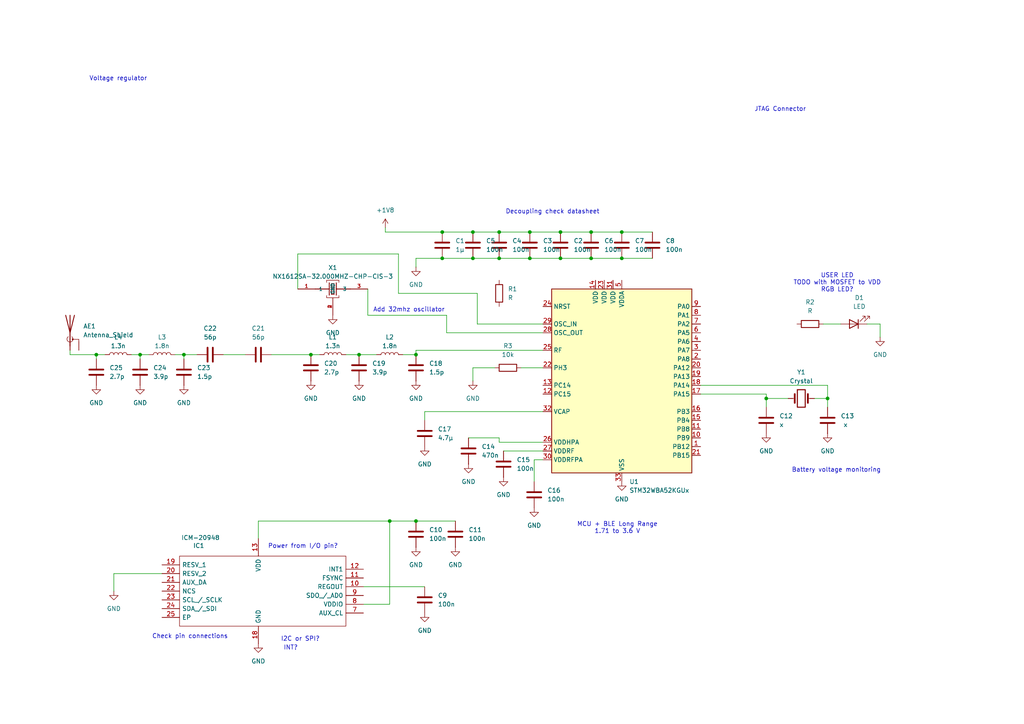
<source format=kicad_sch>
(kicad_sch (version 20231120) (generator "eeschema") (generator_version "8.0")
  (paper "A4")
  (lib_symbols
    (symbol "Device:Antenna_Shield" (pin_numbers hide) (pin_names (offset 1.016) hide)
      (property "Reference" "AE" (at -1.905 4.445 0))
      (property "Value" "Antenna_Shield" (at -1.905 2.54 0))
      (symbol "Antenna_Shield_0_1"
        (arc (start -0.508 -1.143) (mid -0.8429 -2.1194) (end 0 -2.667))
        (arc (start 0 -2.667) (mid 0.7989 -2.1052) (end 0.508 -1.143))
        (polyline (pts (xy 0 -2.54) (xy 0 0)))
        (polyline (pts (xy 0 5.08) (xy 0 -3.81)) (stroke (width 0.254)))
        (polyline (pts (xy 0.762 -1.905) (xy 2.54 -1.905)))
        (polyline (pts (xy 2.54 -2.54) (xy 2.54 -1.905)))
        (polyline (pts (xy 1.27 5.08) (xy 0 0) (xy -1.27 5.08)) (stroke (width 0.254)))
        (circle (center 0.762 -1.905) (radius 0.1778) (fill (type outline)))
      )
      (symbol "Antenna_Shield_1_1"
        (pin input line (at 0 -5.08 90) (length 2.54) (name "A") (number "1"))
        (pin input line (at 2.54 -5.08 90) (length 2.54) (name "Shield") (number "2"))
      )
    )
    (symbol "Device:C" (pin_numbers hide) (pin_names (offset 0.254))
      (property "Reference" "C" (at 0.635 2.54 0))
      (property "Value" "C" (at 0.635 -2.54 0))
      (symbol "C_0_1"
        (polyline (pts (xy -2.032 -0.762) (xy 2.032 -0.762)) (stroke (width 0.508)))
        (polyline (pts (xy -2.032 0.762) (xy 2.032 0.762)) (stroke (width 0.508)))
      )
      (symbol "C_1_1"
        (pin passive line (at 0 3.81 270) (length 2.794) (name "~") (number "1"))
        (pin passive line (at 0 -3.81 90) (length 2.794) (name "~") (number "2"))
      )
    )
    (symbol "Device:Crystal" (pin_numbers hide) (pin_names (offset 1.016) hide)
      (property "Reference" "Y" (at 0 3.81 0))
      (property "Value" "Crystal" (at 0 -3.81 0))
      (symbol "Crystal_0_1"
        (rectangle (start -1.143 2.54) (end 1.143 -2.54) (stroke (width 0.3048)))
        (polyline (pts (xy -2.54 0) (xy -1.905 0)))
        (polyline (pts (xy -1.905 -1.27) (xy -1.905 1.27)) (stroke (width 0.508)))
        (polyline (pts (xy 1.905 -1.27) (xy 1.905 1.27)) (stroke (width 0.508)))
        (polyline (pts (xy 2.54 0) (xy 1.905 0)))
      )
      (symbol "Crystal_1_1"
        (pin passive line (at -3.81 0 0) (length 1.27) (name "1") (number "1"))
        (pin passive line (at 3.81 0 180) (length 1.27) (name "2") (number "2"))
      )
    )
    (symbol "Device:L" (pin_numbers hide) (pin_names (offset 1.016) hide)
      (property "Reference" "L" (at -1.27 0 90))
      (property "Value" "L" (at 1.905 0 90))
      (symbol "L_0_1"
        (arc (start 0 -2.54) (mid 0.6323 -1.905) (end 0 -1.27))
        (arc (start 0 -1.27) (mid 0.6323 -0.635) (end 0 0))
        (arc (start 0 0) (mid 0.6323 0.635) (end 0 1.27))
        (arc (start 0 1.27) (mid 0.6323 1.905) (end 0 2.54))
      )
      (symbol "L_1_1"
        (pin passive line (at 0 3.81 270) (length 1.27) (name "1") (number "1"))
        (pin passive line (at 0 -3.81 90) (length 1.27) (name "2") (number "2"))
      )
    )
    (symbol "Device:LED" (pin_numbers hide) (pin_names (offset 1.016) hide)
      (property "Reference" "D" (at 0 2.54 0))
      (property "Value" "LED" (at 0 -2.54 0))
      (symbol "LED_0_1"
        (polyline (pts (xy -1.27 -1.27) (xy -1.27 1.27)) (stroke (width 0.254)))
        (polyline (pts (xy -1.27 0) (xy 1.27 0)))
        (polyline (pts (xy 1.27 -1.27) (xy 1.27 1.27) (xy -1.27 0) (xy 1.27 -1.27)) (stroke (width 0.254)))
        (polyline (pts (xy -3.048 -0.762) (xy -4.572 -2.286) (xy -3.81 -2.286) (xy -4.572 -2.286) (xy -4.572 -1.524)))
        (polyline (pts (xy -1.778 -0.762) (xy -3.302 -2.286) (xy -2.54 -2.286) (xy -3.302 -2.286) (xy -3.302 -1.524)))
      )
      (symbol "LED_1_1"
        (pin passive line (at -3.81 0 0) (length 2.54) (name "K") (number "1"))
        (pin passive line (at 3.81 0 180) (length 2.54) (name "A") (number "2"))
      )
    )
    (symbol "Device:R" (pin_numbers hide) (pin_names (offset 0))
      (property "Reference" "R" (at 2.032 0 90))
      (property "Value" "R" (at 0 0 90))
      (symbol "R_0_1"
        (rectangle (start -1.016 -2.54) (end 1.016 2.54) (stroke (width 0.254)))
      )
      (symbol "R_1_1"
        (pin passive line (at 0 3.81 270) (length 1.27) (name "~") (number "1"))
        (pin passive line (at 0 -3.81 90) (length 1.27) (name "~") (number "2"))
      )
    )
    (symbol "MCU_ST_STM32WB:STM32WBA52KGUx"
      (property "Reference" "U1" (at 2.1941 -27.94 0))
      (property "Value" "STM32WBA52KGUx" (at 2.1941 -30.48 0))
      (symbol "STM32WBA52KGUx_0_1"
        (rectangle (start -20.32 -25.4) (end 20.32 27.94) (stroke (width 0.254)) (fill (type background)))
      )
      (symbol "STM32WBA52KGUx_1_1"
        (pin bidirectional line (at 22.86 -17.78 180) (length 2.54) (name "PB12") (number "1"))
        (pin bidirectional line (at 22.86 -15.24 180) (length 2.54) (name "PB9") (number "10"))
        (pin bidirectional line (at 22.86 -12.7 180) (length 2.54) (name "PB8") (number "11"))
        (pin bidirectional line (at -22.86 -2.54 0) (length 2.54) (name "PC15") (number "12"))
        (pin bidirectional line (at -22.86 0 0) (length 2.54) (name "PC14") (number "13"))
        (pin power_in line (at -7.62 30.48 270) (length 2.54) (name "VDD") (number "14"))
        (pin bidirectional line (at 22.86 -10.16 180) (length 2.54) (name "PB4") (number "15"))
        (pin bidirectional line (at 22.86 -7.62 180) (length 2.54) (name "PB3") (number "16"))
        (pin bidirectional line (at 22.86 -2.54 180) (length 2.54) (name "PA15") (number "17"))
        (pin bidirectional line (at 22.86 0 180) (length 2.54) (name "PA14") (number "18"))
        (pin bidirectional line (at 22.86 2.54 180) (length 2.54) (name "PA13") (number "19"))
        (pin bidirectional line (at 22.86 7.62 180) (length 2.54) (name "PA8") (number "2"))
        (pin bidirectional line (at 22.86 5.08 180) (length 2.54) (name "PA12") (number "20"))
        (pin bidirectional line (at 22.86 -20.32 180) (length 2.54) (name "PB15") (number "21"))
        (pin bidirectional line (at -22.86 5.08 0) (length 2.54) (name "PH3") (number "22"))
        (pin power_in line (at -5.08 30.48 270) (length 2.54) (name "VDD") (number "23"))
        (pin input line (at -22.86 22.86 0) (length 2.54) (name "NRST") (number "24"))
        (pin bidirectional line (at -22.86 10.16 0) (length 2.54) (name "RF") (number "25"))
        (pin power_in line (at -22.86 -16.51 0) (length 2.54) (name "VDDHPA") (number "26"))
        (pin power_in line (at -22.86 -19.05 0) (length 2.54) (name "VDDRF") (number "27"))
        (pin input line (at -22.86 15.24 0) (length 2.54) (name "OSC_OUT") (number "28"))
        (pin input line (at -22.86 17.78 0) (length 2.54) (name "OSC_IN") (number "29"))
        (pin bidirectional line (at 22.86 10.16 180) (length 2.54) (name "PA7") (number "3"))
        (pin power_in line (at -22.86 -21.59 0) (length 2.54) (name "VDDRFPA") (number "30"))
        (pin power_in line (at -2.54 30.48 270) (length 2.54) (name "VDD") (number "31"))
        (pin power_out line (at -22.86 -7.62 0) (length 2.54) (name "VCAP") (number "32"))
        (pin power_in line (at 0 -27.94 90) (length 2.54) (name "VSS") (number "33"))
        (pin bidirectional line (at 22.86 12.7 180) (length 2.54) (name "PA6") (number "4"))
        (pin power_in line (at 0 30.48 270) (length 2.54) (name "VDDA") (number "5"))
        (pin bidirectional line (at 22.86 15.24 180) (length 2.54) (name "PA5") (number "6"))
        (pin bidirectional line (at 22.86 17.78 180) (length 2.54) (name "PA2") (number "7"))
        (pin bidirectional line (at 22.86 20.32 180) (length 2.54) (name "PA1") (number "8"))
        (pin bidirectional line (at 22.86 22.86 180) (length 2.54) (name "PA0") (number "9"))
      )
    )
    (symbol "NX1612SA-32.000MHZ-CHP-CIS-3:NX1612SA-32.000MHZ-CHP-CIS-3" (pin_names (offset 1.016))
      (property "Reference" "Y" (at 2.5439 -4.0703 0))
      (property "Value" "NX1612SA-32.000MHZ-CHP-CIS-3" (at 2.5449 -6.3622 0))
      (symbol "NX1612SA-32.000MHZ-CHP-CIS-3_0_0"
        (polyline (pts (xy -5.08 0) (xy -1.016 0)) (stroke (width 0.254)))
        (polyline (pts (xy -1.778 -2.54) (xy -1.778 -1.905)) (stroke (width 0.1524)))
        (polyline (pts (xy -1.778 -2.54) (xy 1.778 -2.54)) (stroke (width 0.1524)))
        (polyline (pts (xy -1.778 1.905) (xy -1.778 2.54)) (stroke (width 0.1524)))
        (polyline (pts (xy -1.778 2.54) (xy 1.778 2.54)) (stroke (width 0.1524)))
        (polyline (pts (xy -1.016 0) (xy -1.016 -1.778)) (stroke (width 0.254)))
        (polyline (pts (xy -1.016 1.778) (xy -1.016 0)) (stroke (width 0.254)))
        (polyline (pts (xy -0.381 -1.524) (xy 0.381 -1.524)) (stroke (width 0.254)))
        (polyline (pts (xy -0.381 1.524) (xy -0.381 -1.524)) (stroke (width 0.254)))
        (polyline (pts (xy 0.381 -1.524) (xy 0.381 1.524)) (stroke (width 0.254)))
        (polyline (pts (xy 0.381 1.524) (xy -0.381 1.524)) (stroke (width 0.254)))
        (polyline (pts (xy 1.016 0) (xy 1.016 -1.778)) (stroke (width 0.254)))
        (polyline (pts (xy 1.016 1.778) (xy 1.016 0)) (stroke (width 0.254)))
        (polyline (pts (xy 1.778 -1.905) (xy 1.778 -2.54)) (stroke (width 0.1524)))
        (polyline (pts (xy 1.778 2.54) (xy 1.778 1.905)) (stroke (width 0.1524)))
        (polyline (pts (xy 5.08 0) (xy 1.016 0)) (stroke (width 0.254)))
        (pin passive line (at -10.16 0 0) (length 5.08) (name "1") (number "1"))
        (pin passive line (at 0 -7.62 90) (length 5.08) (name "GND") (number "2"))
        (pin passive line (at 10.16 0 180) (length 5.08) (name "3") (number "3"))
        (pin passive line (at 0 -7.62 90) (length 5.08) (name "GND") (number "4"))
      )
    )
    (symbol "SamacSys_Parts:ICM-20948" (pin_names (offset 0.762))
      (property "Reference" "IC1" (at -4.5974 -6.35 90))
      (property "Value" "ICM-20948" (at -2.286 -6.35 90))
      (symbol "ICM-20948_0_0"
        (pin passive line (at 67.31 -1.27 180) (length 5.08) (name "REGOUT") (number "10"))
        (pin passive line (at 67.31 1.27 180) (length 5.08) (name "FSYNC") (number "11"))
        (pin passive line (at 67.31 3.81 180) (length 5.08) (name "INT1") (number "12"))
        (pin passive line (at 36.83 12.7 270) (length 5.08) (name "VDD") (number "13"))
        (pin passive line (at 36.83 -17.78 90) (length 5.08) (name "GND") (number "18"))
        (pin passive line (at 8.89 5.08 0) (length 5.08) (name "RESV_1") (number "19"))
        (pin passive line (at 8.89 2.54 0) (length 5.08) (name "RESV_2") (number "20"))
        (pin passive line (at 8.89 0 0) (length 5.08) (name "AUX_DA") (number "21"))
        (pin passive line (at 8.89 -2.54 0) (length 5.08) (name "NCS") (number "22"))
        (pin passive line (at 8.89 -5.08 0) (length 5.08) (name "SCL_/_SCLK") (number "23"))
        (pin passive line (at 8.89 -7.62 0) (length 5.08) (name "SDA_/_SDI") (number "24"))
        (pin passive line (at 8.89 -10.16 0) (length 5.08) (name "EP") (number "25"))
        (pin passive line (at 67.31 -8.89 180) (length 5.08) (name "AUX_CL") (number "7"))
        (pin passive line (at 67.31 -6.35 180) (length 5.08) (name "VDDIO") (number "8"))
        (pin passive line (at 67.31 -3.81 180) (length 5.08) (name "SDO_/_AD0") (number "9"))
      )
      (symbol "ICM-20948_0_1"
        (polyline (pts (xy 13.97 -12.7) (xy 13.97 7.62) (xy 62.23 7.62) (xy 62.23 -12.7) (xy 13.97 -12.7)) (stroke (width 0.1524)))
      )
    )
    (symbol "power:+1V8" (power) (pin_numbers hide) (pin_names (offset 0) hide)
      (property "Value" "+1V8" (at 0 3.556 0))
      (symbol "+1V8_0_1"
        (polyline (pts (xy -0.762 1.27) (xy 0 2.54)))
        (polyline (pts (xy 0 0) (xy 0 2.54)))
        (polyline (pts (xy 0 2.54) (xy 0.762 1.27)))
      )
      (symbol "+1V8_1_1"
        (pin power_in line (at 0 0 90) (length 0) (name "~") (number "1"))
      )
    )
    (symbol "power:GND" (power) (pin_numbers hide) (pin_names (offset 0) hide)
      (property "Value" "GND" (at 0 -3.81 0))
      (symbol "GND_0_1"
        (polyline (pts (xy 0 0) (xy 0 -1.27) (xy 1.27 -1.27) (xy 0 -2.54) (xy -1.27 -1.27) (xy 0 -1.27)))
      )
      (symbol "GND_1_1"
        (pin power_in line (at 0 0 270) (length 0) (name "~") (number "1"))
      )
    )
  )
  (junction (at 180.34 74.93))
  (junction (at 153.67 74.93))
  (junction (at 222.25 115.57))
  (junction (at 128.27 67.31))
  (junction (at 120.65 102.87))
  (junction (at 144.78 67.31))
  (junction (at 137.16 67.31))
  (junction (at 171.45 67.31))
  (junction (at 153.67 67.31))
  (junction (at 128.27 74.93))
  (junction (at 180.34 67.31))
  (junction (at 104.14 102.87))
  (junction (at 144.78 74.93))
  (junction (at 162.56 67.31))
  (junction (at 137.16 74.93))
  (junction (at 240.03 115.57))
  (junction (at 171.45 74.93))
  (junction (at 90.17 102.87))
  (junction (at 27.94 102.87))
  (junction (at 53.34 102.87))
  (junction (at 162.56 74.93))
  (junction (at 120.65 151.13))
  (junction (at 40.64 102.87))
  (junction (at 113.03 151.13))
  (wire (pts (xy 113.03 151.13) (xy 120.65 151.13)))
  (wire (pts (xy 138.43 93.98) (xy 138.43 85.09)))
  (wire (pts (xy 27.94 102.87) (xy 20.32 102.87)))
  (wire (pts (xy 64.77 102.87) (xy 71.12 102.87)))
  (wire (pts (xy 162.56 74.93) (xy 153.67 74.93)))
  (wire (pts (xy 137.16 74.93) (xy 128.27 74.93)))
  (wire (pts (xy 100.33 102.87) (xy 104.14 102.87)))
  (wire (pts (xy 106.68 83.82) (xy 106.68 91.44)))
  (wire (pts (xy 40.64 102.87) (xy 40.64 104.14)))
  (wire (pts (xy 104.14 102.87) (xy 109.22 102.87)))
  (wire (pts (xy 144.78 128.27) (xy 144.78 127)))
  (wire (pts (xy 128.27 74.93) (xy 120.65 74.93)))
  (wire (pts (xy 189.23 67.31) (xy 180.34 67.31)))
  (wire (pts (xy 143.51 106.68) (xy 137.16 106.68)))
  (wire (pts (xy 129.54 91.44) (xy 129.54 96.52)))
  (wire (pts (xy 144.78 67.31) (xy 137.16 67.31)))
  (wire (pts (xy 203.2 114.3) (xy 222.25 114.3)))
  (wire (pts (xy 115.57 73.66) (xy 86.36 73.66)))
  (wire (pts (xy 171.45 74.93) (xy 162.56 74.93)))
  (wire (pts (xy 240.03 111.76) (xy 240.03 115.57)))
  (wire (pts (xy 113.03 175.26) (xy 113.03 151.13)))
  (wire (pts (xy 203.2 111.76) (xy 240.03 111.76)))
  (wire (pts (xy 116.84 102.87) (xy 120.65 102.87)))
  (wire (pts (xy 74.93 151.13) (xy 74.93 156.21)))
  (wire (pts (xy 222.25 115.57) (xy 222.25 118.11)))
  (wire (pts (xy 171.45 67.31) (xy 162.56 67.31)))
  (wire (pts (xy 157.48 119.38) (xy 123.19 119.38)))
  (wire (pts (xy 180.34 74.93) (xy 171.45 74.93)))
  (wire (pts (xy 228.6 115.57) (xy 222.25 115.57)))
  (wire (pts (xy 46.99 166.37) (xy 33.02 166.37)))
  (wire (pts (xy 86.36 73.66) (xy 86.36 83.82)))
  (wire (pts (xy 33.02 166.37) (xy 33.02 171.45)))
  (wire (pts (xy 50.8 102.87) (xy 53.34 102.87)))
  (wire (pts (xy 154.94 133.35) (xy 154.94 139.7)))
  (wire (pts (xy 115.57 85.09) (xy 115.57 73.66)))
  (wire (pts (xy 240.03 115.57) (xy 240.03 118.11)))
  (wire (pts (xy 90.17 102.87) (xy 92.71 102.87)))
  (wire (pts (xy 137.16 67.31) (xy 128.27 67.31)))
  (wire (pts (xy 120.65 74.93) (xy 120.65 77.47)))
  (wire (pts (xy 129.54 96.52) (xy 157.48 96.52)))
  (wire (pts (xy 30.48 102.87) (xy 27.94 102.87)))
  (wire (pts (xy 238.76 93.98) (xy 243.84 93.98)))
  (wire (pts (xy 162.56 67.31) (xy 153.67 67.31)))
  (wire (pts (xy 189.23 74.93) (xy 180.34 74.93)))
  (wire (pts (xy 106.68 91.44) (xy 129.54 91.44)))
  (wire (pts (xy 53.34 102.87) (xy 57.15 102.87)))
  (wire (pts (xy 53.34 102.87) (xy 53.34 104.14)))
  (wire (pts (xy 113.03 151.13) (xy 74.93 151.13)))
  (wire (pts (xy 146.05 130.81) (xy 157.48 130.81)))
  (wire (pts (xy 153.67 67.31) (xy 144.78 67.31)))
  (wire (pts (xy 105.41 170.18) (xy 123.19 170.18)))
  (wire (pts (xy 251.46 93.98) (xy 255.27 93.98)))
  (wire (pts (xy 38.1 102.87) (xy 40.64 102.87)))
  (wire (pts (xy 138.43 85.09) (xy 115.57 85.09)))
  (wire (pts (xy 255.27 93.98) (xy 255.27 97.79)))
  (wire (pts (xy 120.65 101.6) (xy 120.65 102.87)))
  (wire (pts (xy 153.67 74.93) (xy 144.78 74.93)))
  (wire (pts (xy 40.64 102.87) (xy 43.18 102.87)))
  (wire (pts (xy 151.13 106.68) (xy 157.48 106.68)))
  (wire (pts (xy 27.94 102.87) (xy 27.94 104.14)))
  (wire (pts (xy 157.48 133.35) (xy 154.94 133.35)))
  (wire (pts (xy 222.25 115.57) (xy 222.25 114.3)))
  (wire (pts (xy 78.74 102.87) (xy 90.17 102.87)))
  (wire (pts (xy 105.41 175.26) (xy 113.03 175.26)))
  (wire (pts (xy 123.19 119.38) (xy 123.19 121.92)))
  (wire (pts (xy 144.78 74.93) (xy 137.16 74.93)))
  (wire (pts (xy 144.78 127) (xy 135.89 127)))
  (wire (pts (xy 236.22 115.57) (xy 240.03 115.57)))
  (wire (pts (xy 120.65 151.13) (xy 132.08 151.13)))
  (wire (pts (xy 157.48 128.27) (xy 144.78 128.27)))
  (wire (pts (xy 180.34 67.31) (xy 171.45 67.31)))
  (wire (pts (xy 111.76 67.31) (xy 111.76 66.04)))
  (wire (pts (xy 157.48 93.98) (xy 138.43 93.98)))
  (wire (pts (xy 128.27 67.31) (xy 111.76 67.31)))
  (wire (pts (xy 20.32 102.87) (xy 20.32 101.6)))
  (wire (pts (xy 120.65 101.6) (xy 157.48 101.6)))
  (wire (pts (xy 137.16 106.68) (xy 137.16 110.49)))
  (text "I2C or SPI?" (at 87.122 185.42 0) (effects (font (size 1.27 1.27))))
  (text "MCU + BLE Long Range\n1.71 to 3.6 V" (at 179.07 153.162 0) (effects (font (size 1.27 1.27))))
  (text "Check pin connections" (at 55.118 184.658 0) (effects (font (size 1.27 1.27))))
  (text "INT?" (at 84.328 187.96 0) (effects (font (size 1.27 1.27))))
  (text "USER LED\nTODO with MOSFET to VDD\nRGB LED?" (at 242.824 82.042 0) (effects (font (size 1.27 1.27))))
  (text "Battery voltage monitoring" (at 242.57 136.398 0) (effects (font (size 1.27 1.27))))
  (text "JTAG Connector" (at 226.314 31.75 0) (effects (font (size 1.27 1.27))))
  (text "Add 32mhz oscillator" (at 118.618 89.916 0) (effects (font (size 1.27 1.27))))
  (text "Voltage regulator" (at 34.29 22.86 0) (effects (font (size 1.27 1.27))))
  (text "Decoupling check datasheet" (at 160.274 61.468 0) (effects (font (size 1.27 1.27))))
  (text "Power from I/O pin?" (at 87.884 158.496 0) (effects (font (size 1.27 1.27))))
  (symbol (lib_id "Device:C") (at 123.19 125.73 0) (unit 1)
    (property "Reference" "C17" (at 127 124.4599 0) (effects (justify left)))
    (property "Value" "4.7µ" (at 127 126.9999 0) (effects (justify left)))
    (property "Description" "Unpolarized capacitor" (effects (hide yes)))
  )
  (symbol (lib_id "Device:C") (at 120.65 154.94 0) (unit 1)
    (property "Reference" "C10" (at 124.46 153.6699 0) (effects (justify left)))
    (property "Value" "100n" (at 124.46 156.2099 0) (effects (justify left)))
    (property "Description" "Unpolarized capacitor" (effects (hide yes)))
  )
  (symbol (lib_id "Device:C") (at 123.19 173.99 0) (unit 1)
    (property "Reference" "C9" (at 127 172.7199 0) (effects (justify left)))
    (property "Value" "100n" (at 127 175.2599 0) (effects (justify left)))
    (property "Description" "Unpolarized capacitor" (effects (hide yes)))
  )
  (symbol (lib_id "Device:C") (at 132.08 154.94 0) (unit 1)
    (property "Reference" "C11" (at 135.89 153.6699 0) (effects (justify left)))
    (property "Value" "100n" (at 135.89 156.2099 0) (effects (justify left)))
    (property "Description" "Unpolarized capacitor" (effects (hide yes)))
  )
  (symbol (lib_id "power:GND") (at 123.19 177.8 0) (unit 1)
    (property "Reference" "#PWR05" (effects (hide yes)))
    (property "Value" "GND" (at 123.19 182.88 0))
    (property "Description" "Power symbol creates a global label with name \"GND\" , ground" (effects (hide yes)))
  )
  (symbol (lib_id "MCU_ST_STM32WB:STM32WBA52KGUx") (at 180.34 111.76 0) (unit 1)
    (property "Reference" "U1" (at 182.5341 139.7 0) (effects (justify left)))
    (property "Value" "STM32WBA52KGUx" (at 182.5341 142.24 0) (effects (justify left)))
    (property "Footprint" "Package_DFN_QFN:QFN-32-1EP_5x5mm_P0.5mm_EP3.1x3.1mm_ThermalVias" (effects (hide yes)))
    (property "Datasheet" "https://www.st.com/resource/en/datasheet/stm32wba52kg.pdf" (effects (hide yes)))
    (property "Description" "STMicroelectronics Arm Cortex-M33 MCU, 1024KB flash, 128KB RAM, 100 MHz, 1.71-3.6V, 22 GPIO, UFQFPN32" (effects (hide yes)))
  )
  (symbol (lib_id "power:GND") (at 27.94 111.76 0) (unit 1)
    (property "Reference" "#PWR016" (effects (hide yes)))
    (property "Value" "GND" (at 27.94 116.84 0))
    (property "Description" "Power symbol creates a global label with name \"GND\" , ground" (effects (hide yes)))
  )
  (symbol (lib_id "Device:L") (at 113.03 102.87 90) (unit 1)
    (property "Reference" "L2" (at 113.03 97.79 90))
    (property "Value" "1.8n" (at 113.03 100.33 90))
    (property "Description" "Inductor" (effects (hide yes)))
  )
  (symbol (lib_id "Device:C") (at 135.89 130.81 0) (unit 1)
    (property "Reference" "C14" (at 139.7 129.5399 0) (effects (justify left)))
    (property "Value" "470n" (at 139.7 132.0799 0) (effects (justify left)))
    (property "Description" "Unpolarized capacitor" (effects (hide yes)))
  )
  (symbol (lib_id "Device:C") (at 74.93 102.87 90) (unit 1)
    (property "Reference" "C21" (at 74.93 95.25 90))
    (property "Value" "56p" (at 74.93 97.79 90))
    (property "Description" "Unpolarized capacitor" (effects (hide yes)))
  )
  (symbol (lib_id "power:GND") (at 120.65 110.49 0) (unit 1)
    (property "Reference" "#PWR021" (effects (hide yes)))
    (property "Value" "GND" (at 120.65 115.57 0))
    (property "Description" "Power symbol creates a global label with name \"GND\" , ground" (effects (hide yes)))
  )
  (symbol (lib_id "Device:R") (at 234.95 93.98 90) (unit 1)
    (property "Reference" "R2" (at 234.95 87.63 90))
    (property "Value" "R" (at 234.95 90.17 90))
    (property "Description" "Resistor" (effects (hide yes)))
  )
  (symbol (lib_id "Device:C") (at 40.64 107.95 0) (unit 1)
    (property "Reference" "C24" (at 44.45 106.6799 0) (effects (justify left)))
    (property "Value" "3.9p" (at 44.45 109.2199 0) (effects (justify left)))
    (property "Description" "Unpolarized capacitor" (effects (hide yes)))
  )
  (symbol (lib_id "power:GND") (at 154.94 147.32 0) (unit 1)
    (property "Reference" "#PWR014" (effects (hide yes)))
    (property "Value" "GND" (at 154.94 152.4 0))
    (property "Description" "Power symbol creates a global label with name \"GND\" , ground" (effects (hide yes)))
  )
  (symbol (lib_id "Device:C") (at 162.56 71.12 0) (unit 1)
    (property "Reference" "C2" (at 166.37 69.8499 0) (effects (justify left)))
    (property "Value" "100n" (at 166.37 72.3899 0) (effects (justify left)))
    (property "Description" "Unpolarized capacitor" (effects (hide yes)))
  )
  (symbol (lib_id "power:GND") (at 104.14 110.49 0) (unit 1)
    (property "Reference" "#PWR020" (effects (hide yes)))
    (property "Value" "GND" (at 104.14 115.57 0))
    (property "Description" "Power symbol creates a global label with name \"GND\" , ground" (effects (hide yes)))
  )
  (symbol (lib_id "power:GND") (at 123.19 129.54 0) (unit 1)
    (property "Reference" "#PWR015" (effects (hide yes)))
    (property "Value" "GND" (at 123.19 134.62 0))
    (property "Description" "Power symbol creates a global label with name \"GND\" , ground" (effects (hide yes)))
  )
  (symbol (lib_id "Device:C") (at 240.03 121.92 0) (unit 1)
    (property "Reference" "C13" (at 243.84 120.6499 0) (effects (justify left)))
    (property "Value" "x" (at 245.872 123.19 0) (effects (justify right)))
    (property "Description" "Unpolarized capacitor" (effects (hide yes)))
  )
  (symbol (lib_id "NX1612SA-32.000MHZ-CHP-CIS-3:NX1612SA-32.000MHZ-CHP-CIS-3") (at 96.52 83.82 0) (unit 1)
    (property "Reference" "X1" (at 96.52 77.631 0))
    (property "Value" "NX1612SA-32.000MHZ-CHP-CIS-3" (at 96.52 80.1679 0))
    (property "Footprint" "NX1612SA-32:OSCSC105P160X120X35-4N" (effects (hide yes)))
    (property "MANUFACTURER" "NDK" (effects (hide yes)))
  )
  (symbol (lib_id "Device:C") (at 27.94 107.95 0) (unit 1)
    (property "Reference" "C25" (at 31.75 106.6799 0) (effects (justify left)))
    (property "Value" "2.7p" (at 31.75 109.2199 0) (effects (justify left)))
    (property "Description" "Unpolarized capacitor" (effects (hide yes)))
  )
  (symbol (lib_id "Device:C") (at 60.96 102.87 90) (unit 1)
    (property "Reference" "C22" (at 60.96 95.25 90))
    (property "Value" "56p" (at 60.96 97.79 90))
    (property "Description" "Unpolarized capacitor" (effects (hide yes)))
  )
  (symbol (lib_id "Device:L") (at 96.52 102.87 90) (unit 1)
    (property "Reference" "L1" (at 96.52 97.79 90))
    (property "Value" "1.3n" (at 96.52 100.33 90))
    (property "Description" "Inductor" (effects (hide yes)))
  )
  (symbol (lib_id "Device:C") (at 137.16 71.12 0) (unit 1)
    (property "Reference" "C5" (at 140.97 69.8499 0) (effects (justify left)))
    (property "Value" "100n" (at 140.97 72.3899 0) (effects (justify left)))
    (property "Description" "Unpolarized capacitor" (effects (hide yes)))
  )
  (symbol (lib_id "power:GND") (at 40.64 111.76 0) (unit 1)
    (property "Reference" "#PWR017" (effects (hide yes)))
    (property "Value" "GND" (at 40.64 116.84 0))
    (property "Description" "Power symbol creates a global label with name \"GND\" , ground" (effects (hide yes)))
  )
  (symbol (lib_id "Device:C") (at 120.65 106.68 0) (unit 1)
    (property "Reference" "C18" (at 124.46 105.4099 0) (effects (justify left)))
    (property "Value" "1.5p" (at 124.46 107.9499 0) (effects (justify left)))
    (property "Description" "Unpolarized capacitor" (effects (hide yes)))
  )
  (symbol (lib_id "power:GND") (at 120.65 77.47 0) (unit 1)
    (property "Reference" "#PWR022" (effects (hide yes)))
    (property "Value" "GND" (at 120.65 82.55 0))
    (property "Description" "Power symbol creates a global label with name \"GND\" , ground" (effects (hide yes)))
  )
  (symbol (lib_id "Device:C") (at 128.27 71.12 0) (unit 1)
    (property "Reference" "C1" (at 132.08 69.8499 0) (effects (justify left)))
    (property "Value" "1µ" (at 132.08 72.3899 0) (effects (justify left)))
    (property "Description" "Unpolarized capacitor" (effects (hide yes)))
  )
  (symbol (lib_id "Device:L") (at 46.99 102.87 90) (unit 1)
    (property "Reference" "L3" (at 46.99 97.79 90))
    (property "Value" "1.8n" (at 46.99 100.33 90))
    (property "Description" "Inductor" (effects (hide yes)))
  )
  (symbol (lib_id "power:GND") (at 33.02 171.45 0) (unit 1)
    (property "Reference" "#PWR08" (effects (hide yes)))
    (property "Value" "GND" (at 33.02 176.53 0))
    (property "Description" "Power symbol creates a global label with name \"GND\" , ground" (effects (hide yes)))
  )
  (symbol (lib_id "Device:C") (at 146.05 134.62 0) (unit 1)
    (property "Reference" "C15" (at 149.86 133.3499 0) (effects (justify left)))
    (property "Value" "100n" (at 149.86 135.8899 0) (effects (justify left)))
    (property "Description" "Unpolarized capacitor" (effects (hide yes)))
  )
  (symbol (lib_id "Device:L") (at 34.29 102.87 90) (unit 1)
    (property "Reference" "L4" (at 34.29 97.79 90))
    (property "Value" "1.3n" (at 34.29 100.33 90))
    (property "Description" "Inductor" (effects (hide yes)))
  )
  (symbol (lib_id "power:+1V8") (at 111.76 66.04 0) (unit 1)
    (property "Reference" "#PWR03" (effects (hide yes)))
    (property "Value" "+1V8" (at 111.76 60.96 0))
    (property "Description" "Power symbol creates a global label with name \"+1V8\"" (effects (hide yes)))
  )
  (symbol (lib_id "Device:C") (at 180.34 71.12 0) (unit 1)
    (property "Reference" "C7" (at 184.15 69.8499 0) (effects (justify left)))
    (property "Value" "100n" (at 184.15 72.3899 0) (effects (justify left)))
    (property "Description" "Unpolarized capacitor" (effects (hide yes)))
  )
  (symbol (lib_id "power:GND") (at 222.25 125.73 0) (unit 1)
    (property "Reference" "#PWR010" (effects (hide yes)))
    (property "Value" "GND" (at 222.25 130.81 0))
    (property "Description" "Power symbol creates a global label with name \"GND\" , ground" (effects (hide yes)))
  )
  (symbol (lib_id "power:GND") (at 146.05 138.43 0) (unit 1)
    (property "Reference" "#PWR013" (effects (hide yes)))
    (property "Value" "GND" (at 146.05 143.51 0))
    (property "Description" "Power symbol creates a global label with name \"GND\" , ground" (effects (hide yes)))
  )
  (symbol (lib_id "Device:C") (at 189.23 71.12 0) (unit 1)
    (property "Reference" "C8" (at 193.04 69.8499 0) (effects (justify left)))
    (property "Value" "100n" (at 193.04 72.3899 0) (effects (justify left)))
    (property "Description" "Unpolarized capacitor" (effects (hide yes)))
  )
  (symbol (lib_id "Device:C") (at 104.14 106.68 0) (unit 1)
    (property "Reference" "C19" (at 107.95 105.4099 0) (effects (justify left)))
    (property "Value" "3.9p" (at 107.95 107.9499 0) (effects (justify left)))
    (property "Description" "Unpolarized capacitor" (effects (hide yes)))
  )
  (symbol (lib_id "Device:C") (at 90.17 106.68 0) (unit 1)
    (property "Reference" "C20" (at 93.98 105.4099 0) (effects (justify left)))
    (property "Value" "2.7p" (at 93.98 107.9499 0) (effects (justify left)))
    (property "Description" "Unpolarized capacitor" (effects (hide yes)))
  )
  (symbol (lib_id "power:GND") (at 120.65 158.75 0) (unit 1)
    (property "Reference" "#PWR06" (effects (hide yes)))
    (property "Value" "GND" (at 120.65 163.83 0))
    (property "Description" "Power symbol creates a global label with name \"GND\" , ground" (effects (hide yes)))
  )
  (symbol (lib_id "Device:Crystal") (at 232.41 115.57 0) (unit 1)
    (property "Reference" "Y1" (at 232.41 107.95 0))
    (property "Value" "Crystal" (at 232.41 110.49 0))
    (property "Description" "Two pin crystal" (effects (hide yes)))
  )
  (symbol (lib_id "Device:LED") (at 247.65 93.98 180) (unit 1)
    (property "Reference" "D1" (at 249.2375 86.36 0))
    (property "Value" "LED" (at 249.2375 88.9 0))
    (property "Description" "Light emitting diode" (effects (hide yes)))
  )
  (symbol (lib_id "power:GND") (at 240.03 125.73 0) (unit 1)
    (property "Reference" "#PWR011" (effects (hide yes)))
    (property "Value" "GND" (at 240.03 130.81 0))
    (property "Description" "Power symbol creates a global label with name \"GND\" , ground" (effects (hide yes)))
  )
  (symbol (lib_id "Device:C") (at 154.94 143.51 0) (unit 1)
    (property "Reference" "C16" (at 158.75 142.2399 0) (effects (justify left)))
    (property "Value" "100n" (at 158.75 144.7799 0) (effects (justify left)))
    (property "Description" "Unpolarized capacitor" (effects (hide yes)))
  )
  (symbol (lib_id "Device:C") (at 144.78 71.12 0) (unit 1)
    (property "Reference" "C4" (at 148.59 69.8499 0) (effects (justify left)))
    (property "Value" "100n" (at 148.59 72.3899 0) (effects (justify left)))
    (property "Description" "Unpolarized capacitor" (effects (hide yes)))
  )
  (symbol (lib_id "Device:R") (at 147.32 106.68 90) (unit 1)
    (property "Reference" "R3" (at 147.32 100.33 90))
    (property "Value" "10k" (at 147.32 102.87 90))
    (property "Description" "Resistor" (effects (hide yes)))
  )
  (symbol (lib_id "power:GND") (at 53.34 111.76 0) (unit 1)
    (property "Reference" "#PWR018" (effects (hide yes)))
    (property "Value" "GND" (at 53.34 116.84 0))
    (property "Description" "Power symbol creates a global label with name \"GND\" , ground" (effects (hide yes)))
  )
  (symbol (lib_id "power:GND") (at 90.17 110.49 0) (unit 1)
    (property "Reference" "#PWR019" (effects (hide yes)))
    (property "Value" "GND" (at 90.17 115.57 0))
    (property "Description" "Power symbol creates a global label with name \"GND\" , ground" (effects (hide yes)))
  )
  (symbol (lib_id "power:GND") (at 255.27 97.79 0) (unit 1)
    (property "Reference" "#PWR02" (effects (hide yes)))
    (property "Value" "GND" (at 255.27 102.87 0))
    (property "Description" "Power symbol creates a global label with name \"GND\" , ground" (effects (hide yes)))
  )
  (symbol (lib_id "Device:C") (at 171.45 71.12 0) (unit 1)
    (property "Reference" "C6" (at 175.26 69.8499 0) (effects (justify left)))
    (property "Value" "100n" (at 175.26 72.3899 0) (effects (justify left)))
    (property "Description" "Unpolarized capacitor" (effects (hide yes)))
  )
  (symbol (lib_id "Device:R") (at 144.78 85.09 0) (unit 1)
    (property "Reference" "R1" (at 147.32 83.8199 0) (effects (justify left)))
    (property "Value" "R" (at 147.32 86.3599 0) (effects (justify left)))
    (property "Description" "Resistor" (effects (hide yes)))
  )
  (symbol (lib_id "power:GND") (at 180.34 139.7 0) (unit 1)
    (property "Reference" "#PWR01" (effects (hide yes)))
    (property "Value" "GND" (at 180.34 144.78 0))
    (property "Description" "Power symbol creates a global label with name \"GND\" , ground" (effects (hide yes)))
  )
  (symbol (lib_id "Device:Antenna_Shield") (at 20.32 96.52 0) (unit 1)
    (property "Reference" "AE1" (at 24.13 94.6149 0) (effects (justify left)))
    (property "Value" "Antenna_Shield" (at 24.13 97.1549 0) (effects (justify left)))
    (property "Description" "Antenna with extra pin for shielding" (effects (hide yes)))
  )
  (symbol (lib_id "power:GND") (at 137.16 110.49 0) (unit 1)
    (property "Reference" "#PWR09" (effects (hide yes)))
    (property "Value" "GND" (at 137.16 115.57 0))
    (property "Description" "Power symbol creates a global label with name \"GND\" , ground" (effects (hide yes)))
  )
  (symbol (lib_id "power:GND") (at 96.52 91.44 0) (unit 1)
    (property "Reference" "#PWR023" (effects (hide yes)))
    (property "Value" "GND" (at 96.52 96.52 0))
    (property "Description" "Power symbol creates a global label with name \"GND\" , ground" (effects (hide yes)))
  )
  (symbol (lib_id "power:GND") (at 132.08 158.75 0) (unit 1)
    (property "Reference" "#PWR07" (effects (hide yes)))
    (property "Value" "GND" (at 132.08 163.83 0))
    (property "Description" "Power symbol creates a global label with name \"GND\" , ground" (effects (hide yes)))
  )
  (symbol (lib_id "Device:C") (at 153.67 71.12 0) (unit 1)
    (property "Reference" "C3" (at 157.48 69.8499 0) (effects (justify left)))
    (property "Value" "100n" (at 157.48 72.3899 0) (effects (justify left)))
    (property "Description" "Unpolarized capacitor" (effects (hide yes)))
  )
  (symbol (lib_id "power:GND") (at 74.93 186.69 0) (unit 1)
    (property "Reference" "#PWR04" (effects (hide yes)))
    (property "Value" "GND" (at 74.93 191.77 0))
    (property "Description" "Power symbol creates a global label with name \"GND\" , ground" (effects (hide yes)))
  )
  (symbol (lib_id "Device:C") (at 222.25 121.92 0) (unit 1)
    (property "Reference" "C12" (at 226.06 120.6499 0) (effects (justify left)))
    (property "Value" "x" (at 226.06 123.1899 0) (effects (justify left)))
    (property "Description" "Unpolarized capacitor" (effects (hide yes)))
  )
  (symbol (lib_id "power:GND") (at 135.89 134.62 0) (unit 1)
    (property "Reference" "#PWR012" (effects (hide yes)))
    (property "Value" "GND" (at 135.89 139.7 0))
    (property "Description" "Power symbol creates a global label with name \"GND\" , ground" (effects (hide yes)))
  )
  (symbol (lib_id "SamacSys_Parts:ICM-20948") (at 38.1 168.91 0) (unit 1)
    (property "Reference" "IC1" (at 57.658 158.2674 0))
    (property "Value" "ICM-20948" (at 58.166 155.956 0))
    (property "Footprint" "Libraries:ICM20948" (effects (hide yes)))
    (property "Datasheet" "https://product.tdk.com/system/files/dam/doc/product/sensor/mortion-inertial/imu/data_sheet/ds-000189-icm-20948-v1.3.pdf" (effects (hide yes)))
    (property "Description" "IMUs - Inertial Measurement Units World\\'s Lowest Power 9-Axis MEMS MotionTracking Device" (effects (hide yes)))
    (property "Height" "1.05" (effects (hide yes)))
    (property "Mouser Part Number" "410-ICM-20948" (effects (hide yes)))
    (property "Mouser Price/Stock" "https://www.mouser.co.uk/ProductDetail/TDK-InvenSense/ICM-20948?qs=u4fy%2FsgLU9OtGc31yF%2Friw%3D%3D" (effects (hide yes)))
    (property "Manufacturer_Name" "TDK" (effects (hide yes)))
    (property "Manufacturer_Part_Number" "ICM-20948" (effects (hide yes)))
  )
  (symbol (lib_id "Device:C") (at 53.34 107.95 0) (unit 1)
    (property "Reference" "C23" (at 57.15 106.6799 0) (effects (justify left)))
    (property "Value" "1.5p" (at 57.15 109.2199 0) (effects (justify left)))
    (property "Description" "Unpolarized capacitor" (effects (hide yes)))
  )
)
</source>
